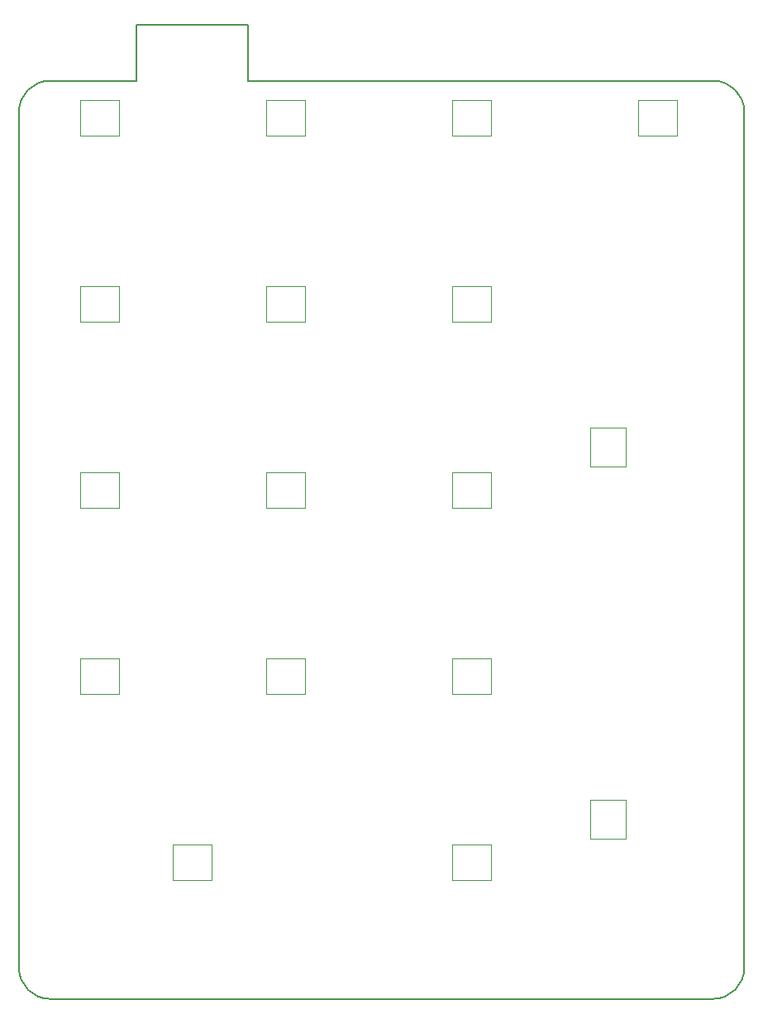
<source format=gm1>
G04 #@! TF.FileFunction,Profile,NP*
%FSLAX46Y46*%
G04 Gerber Fmt 4.6, Leading zero omitted, Abs format (unit mm)*
G04 Created by KiCad (PCBNEW 4.0.6) date Saturday, January 06, 2018 'AMt' 08:46:40 AM*
%MOMM*%
%LPD*%
G01*
G04 APERTURE LIST*
%ADD10C,0.150000*%
%ADD11C,0.100000*%
G04 APERTURE END LIST*
D10*
X36195000Y-126365000D02*
G75*
G03X39370000Y-129540000I3175000J0D01*
G01*
X107315000Y-129540000D02*
G75*
G03X110490000Y-126365000I0J3175000D01*
G01*
X110490000Y-38735000D02*
G75*
G03X107315000Y-35560000I-3175000J0D01*
G01*
X48260000Y-35560000D02*
X39370000Y-35560000D01*
X59690000Y-35560000D02*
X107315000Y-35560000D01*
X59690000Y-29845000D02*
X59690000Y-35560000D01*
X48260000Y-29845000D02*
X59690000Y-29845000D01*
X48260000Y-35560000D02*
X48260000Y-29845000D01*
X39370000Y-35560000D02*
G75*
G03X36195000Y-38735000I0J-3175000D01*
G01*
X110490000Y-126365000D02*
X110490000Y-38735000D01*
X39370000Y-129540000D02*
X107315000Y-129540000D01*
X36195000Y-38735000D02*
X36195000Y-126365000D01*
D11*
X42450000Y-60220000D02*
X42450000Y-56620000D01*
X46450000Y-56620000D02*
X42450000Y-56620000D01*
X46450000Y-60220000D02*
X42450000Y-60220000D01*
X46450000Y-60220000D02*
X46450000Y-56620000D01*
X80550000Y-41170000D02*
X80550000Y-37570000D01*
X84550000Y-37570000D02*
X80550000Y-37570000D01*
X84550000Y-41170000D02*
X80550000Y-41170000D01*
X84550000Y-41170000D02*
X84550000Y-37570000D01*
X99600000Y-41170000D02*
X99600000Y-37570000D01*
X103600000Y-37570000D02*
X99600000Y-37570000D01*
X103600000Y-41170000D02*
X99600000Y-41170000D01*
X103600000Y-41170000D02*
X103600000Y-37570000D01*
X80550000Y-117370000D02*
X80550000Y-113770000D01*
X84550000Y-113770000D02*
X80550000Y-113770000D01*
X84550000Y-117370000D02*
X80550000Y-117370000D01*
X84550000Y-117370000D02*
X84550000Y-113770000D01*
X51975000Y-117370000D02*
X51975000Y-113770000D01*
X55975000Y-113770000D02*
X51975000Y-113770000D01*
X55975000Y-117370000D02*
X51975000Y-117370000D01*
X55975000Y-117370000D02*
X55975000Y-113770000D01*
X98320000Y-113125000D02*
X94720000Y-113125000D01*
X94720000Y-109125000D02*
X94720000Y-113125000D01*
X98320000Y-109125000D02*
X98320000Y-113125000D01*
X98320000Y-109125000D02*
X94720000Y-109125000D01*
X80550000Y-98320000D02*
X80550000Y-94720000D01*
X84550000Y-94720000D02*
X80550000Y-94720000D01*
X84550000Y-98320000D02*
X80550000Y-98320000D01*
X84550000Y-98320000D02*
X84550000Y-94720000D01*
X61500000Y-98320000D02*
X61500000Y-94720000D01*
X65500000Y-94720000D02*
X61500000Y-94720000D01*
X65500000Y-98320000D02*
X61500000Y-98320000D01*
X65500000Y-98320000D02*
X65500000Y-94720000D01*
X42450000Y-98320000D02*
X42450000Y-94720000D01*
X46450000Y-94720000D02*
X42450000Y-94720000D01*
X46450000Y-98320000D02*
X42450000Y-98320000D01*
X46450000Y-98320000D02*
X46450000Y-94720000D01*
X80550000Y-79270000D02*
X80550000Y-75670000D01*
X84550000Y-75670000D02*
X80550000Y-75670000D01*
X84550000Y-79270000D02*
X80550000Y-79270000D01*
X84550000Y-79270000D02*
X84550000Y-75670000D01*
X61500000Y-79270000D02*
X61500000Y-75670000D01*
X65500000Y-75670000D02*
X61500000Y-75670000D01*
X65500000Y-79270000D02*
X61500000Y-79270000D01*
X65500000Y-79270000D02*
X65500000Y-75670000D01*
X42450000Y-79270000D02*
X42450000Y-75670000D01*
X46450000Y-75670000D02*
X42450000Y-75670000D01*
X46450000Y-79270000D02*
X42450000Y-79270000D01*
X46450000Y-79270000D02*
X46450000Y-75670000D01*
X98320000Y-75025000D02*
X94720000Y-75025000D01*
X94720000Y-71025000D02*
X94720000Y-75025000D01*
X98320000Y-71025000D02*
X98320000Y-75025000D01*
X98320000Y-71025000D02*
X94720000Y-71025000D01*
X61500000Y-60220000D02*
X61500000Y-56620000D01*
X65500000Y-56620000D02*
X61500000Y-56620000D01*
X65500000Y-60220000D02*
X61500000Y-60220000D01*
X65500000Y-60220000D02*
X65500000Y-56620000D01*
X61500000Y-41170000D02*
X61500000Y-37570000D01*
X65500000Y-37570000D02*
X61500000Y-37570000D01*
X65500000Y-41170000D02*
X61500000Y-41170000D01*
X65500000Y-41170000D02*
X65500000Y-37570000D01*
X42450000Y-41170000D02*
X42450000Y-37570000D01*
X46450000Y-37570000D02*
X42450000Y-37570000D01*
X46450000Y-41170000D02*
X42450000Y-41170000D01*
X46450000Y-41170000D02*
X46450000Y-37570000D01*
X80550000Y-60220000D02*
X80550000Y-56620000D01*
X84550000Y-56620000D02*
X80550000Y-56620000D01*
X84550000Y-60220000D02*
X80550000Y-60220000D01*
X84550000Y-60220000D02*
X84550000Y-56620000D01*
M02*

</source>
